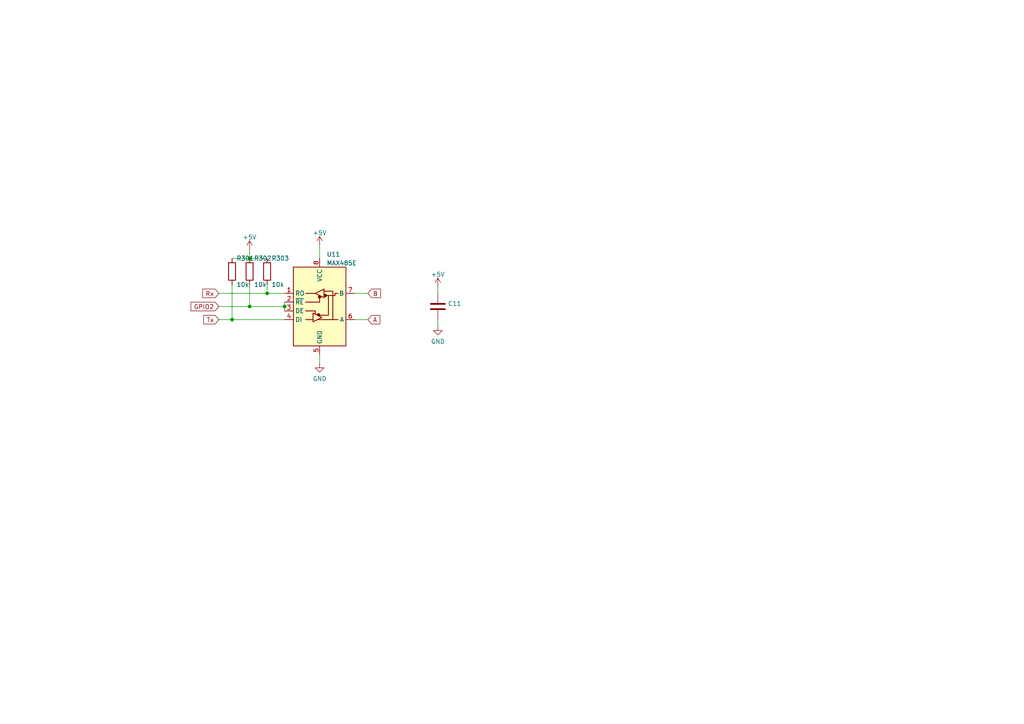
<source format=kicad_sch>
(kicad_sch (version 20211123) (generator eeschema)
  (paper "A4")
  (lib_symbols
    (symbol "Device:C" (pin_numbers hide) (pin_names (offset 0.254))
      (property "Reference" "C" (at 0.635 2.54 0))
      (property "Value" "C" (at 0.635 -2.54 0))
      (symbol "C_0_1"
        (polyline (pts (xy -2.032 -0.762) (xy 2.032 -0.762)) (stroke (width 0.508)))
        (polyline (pts (xy -2.032 0.762) (xy 2.032 0.762)) (stroke (width 0.508)))
      )
      (symbol "C_1_1"
        (pin passive line (at 0 3.81 270) (length 2.794) (name "~") (number "1"))
        (pin passive line (at 0 -3.81 90) (length 2.794) (name "~") (number "2"))
      )
    )
    (symbol "Device:R" (pin_numbers hide) (pin_names (offset 0))
      (property "Reference" "R" (at 2.032 0 90))
      (property "Value" "R" (at 0 0 90))
      (symbol "R_0_1"
        (rectangle (start -1.016 -2.54) (end 1.016 2.54) (stroke (width 0.254)))
      )
      (symbol "R_1_1"
        (pin passive line (at 0 3.81 270) (length 1.27) (name "~") (number "1"))
        (pin passive line (at 0 -3.81 90) (length 1.27) (name "~") (number "2"))
      )
    )
    (symbol "Interface_UART:MAX485E"
      (property "Reference" "U" (at -6.096 11.43 0))
      (property "Value" "MAX485E" (at 0.762 11.43 0))
      (symbol "MAX485E_0_1"
        (rectangle (start -7.62 10.16) (end 7.62 -12.7) (stroke (width 0.254)) (fill (type background)))
        (circle (center -0.3048 -3.683) (radius 0.3556) (stroke (width 0.254)) (fill (type outline)))
        (circle (center -0.0254 1.4986) (radius 0.3556) (stroke (width 0.254)) (fill (type outline)))
        (polyline (pts (xy -4.064 -5.08) (xy -1.905 -5.08)) (stroke (width 0.254)))
        (polyline (pts (xy -4.064 2.54) (xy -1.27 2.54)) (stroke (width 0.254)))
        (polyline (pts (xy -1.27 -3.2004) (xy -1.27 -3.4544)) (stroke (width 0.254)))
        (polyline (pts (xy -0.635 -5.08) (xy 5.334 -5.08)) (stroke (width 0.254)))
        (polyline (pts (xy -4.064 -2.54) (xy -1.27 -2.54) (xy -1.27 -3.175)) (stroke (width 0.254)))
        (polyline (pts (xy 0 1.27) (xy 0 0) (xy -4.064 0)) (stroke (width 0.254)))
        (polyline (pts (xy 1.27 3.175) (xy 3.81 3.175) (xy 3.81 -5.08)) (stroke (width 0.254)))
        (polyline (pts (xy 2.54 1.905) (xy 2.54 -3.81) (xy 0 -3.81)) (stroke (width 0.254)))
        (polyline (pts (xy -1.905 -3.175) (xy -1.905 -5.715) (xy 0.635 -4.445) (xy -1.905 -3.175)) (stroke (width 0.254)))
        (polyline (pts (xy -1.27 2.54) (xy 1.27 3.81) (xy 1.27 1.27) (xy -1.27 2.54)) (stroke (width 0.254)))
        (polyline (pts (xy 1.905 1.905) (xy 4.445 1.905) (xy 4.445 2.54) (xy 5.334 2.54)) (stroke (width 0.254)))
        (rectangle (start 1.27 3.175) (end 1.27 3.175))
        (circle (center 1.651 1.905) (radius 0.3556) (stroke (width 0.254)) (fill (type outline)))
      )
      (symbol "MAX485E_1_1"
        (pin output line (at -10.16 2.54 0) (length 2.54) (name "RO") (number "1"))
        (pin input line (at -10.16 0 0) (length 2.54) (name "~{RE}") (number "2"))
        (pin input line (at -10.16 -2.54 0) (length 2.54) (name "DE") (number "3"))
        (pin input line (at -10.16 -5.08 0) (length 2.54) (name "DI") (number "4"))
        (pin power_in line (at 0 -15.24 90) (length 2.54) (name "GND") (number "5"))
        (pin bidirectional line (at 10.16 -5.08 180) (length 2.54) (name "A") (number "6"))
        (pin bidirectional line (at 10.16 2.54 180) (length 2.54) (name "B") (number "7"))
        (pin power_in line (at 0 12.7 270) (length 2.54) (name "VCC") (number "8"))
      )
    )
    (symbol "power:+5V" (power) (pin_names (offset 0))
      (property "Value" "+5V" (at 0 3.556 0))
      (symbol "+5V_0_1"
        (polyline (pts (xy -0.762 1.27) (xy 0 2.54)))
        (polyline (pts (xy 0 0) (xy 0 2.54)))
        (polyline (pts (xy 0 2.54) (xy 0.762 1.27)))
      )
      (symbol "+5V_1_1"
        (pin power_in line (at 0 0 90) (length 0) hide (name "+5V") (number "1"))
      )
    )
    (symbol "power:GND" (power) (pin_names (offset 0))
      (property "Value" "GND" (at 0 -3.81 0))
      (symbol "GND_0_1"
        (polyline (pts (xy 0 0) (xy 0 -1.27) (xy 1.27 -1.27) (xy 0 -2.54) (xy -1.27 -1.27) (xy 0 -1.27)))
      )
      (symbol "GND_1_1"
        (pin power_in line (at 0 0 270) (length 0) hide (name "GND") (number "1"))
      )
    )
  )
  (junction (at 72.39 74.93))
  (junction (at 72.39 88.9))
  (junction (at 67.31 92.71))
  (junction (at 77.47 85.09))
  (junction (at 82.55 88.9))
  (wire (pts (xy 72.39 82.55) (xy 72.39 88.9)))
  (wire (pts (xy 67.31 82.55) (xy 67.31 92.71)))
  (wire (pts (xy 82.55 87.63) (xy 82.55 88.9)))
  (wire (pts (xy 127 83.185) (xy 127 85.09)))
  (wire (pts (xy 72.39 88.9) (xy 82.55 88.9)))
  (wire (pts (xy 77.47 85.09) (xy 82.55 85.09)))
  (wire (pts (xy 63.5 85.09) (xy 77.47 85.09)))
  (wire (pts (xy 63.5 88.9) (xy 72.39 88.9)))
  (wire (pts (xy 92.71 71.12) (xy 92.71 74.93)))
  (wire (pts (xy 67.31 92.71) (xy 82.55 92.71)))
  (wire (pts (xy 77.47 82.55) (xy 77.47 85.09)))
  (wire (pts (xy 82.55 88.9) (xy 82.55 90.17)))
  (wire (pts (xy 102.87 85.09) (xy 106.68 85.09)))
  (wire (pts (xy 92.71 102.87) (xy 92.71 105.41)))
  (wire (pts (xy 63.5 92.71) (xy 67.31 92.71)))
  (wire (pts (xy 127 92.71) (xy 127 94.615)))
  (wire (pts (xy 72.39 74.93) (xy 77.47 74.93)))
  (wire (pts (xy 72.39 72.39) (xy 72.39 74.93)))
  (wire (pts (xy 102.87 92.71) (xy 106.68 92.71)))
  (wire (pts (xy 67.31 74.93) (xy 72.39 74.93)))
  (global_label "GPIO2" (shape input) (at 63.5 88.9 180) (property "Intersheet References" "${INTERSHEET_REFS}" (effects hide)))
  (global_label "Rx" (shape input) (at 63.5 85.09 180) (property "Intersheet References" "${INTERSHEET_REFS}" (effects hide)))
  (global_label "B" (shape input) (at 106.68 85.09 0) (property "Intersheet References" "${INTERSHEET_REFS}" (effects hide)))
  (global_label "Tx" (shape input) (at 63.5 92.71 180) (property "Intersheet References" "${INTERSHEET_REFS}" (effects hide)))
  (global_label "A" (shape input) (at 106.68 92.71 0) (property "Intersheet References" "${INTERSHEET_REFS}" (effects hide)))
  (symbol (lib_id "Device:R") (at 72.39 78.74 0) (unit 1)
    (property "Reference" "R302" (at 73.66 74.93 0) (effects (justify left)))
    (property "Value" "10k" (at 73.66 82.55 0) (effects (justify left)))
    (property "Footprint" "Resistor_SMD:R_0402_1005Metric" (effects hide))
    (property "JLCPCB Part#" "C25744" (effects hide))
  )
  (symbol (lib_id "Device:R") (at 77.47 78.74 0) (unit 1)
    (property "Reference" "R303" (at 78.74 74.93 0) (effects (justify left)))
    (property "Value" "10k" (at 78.74 82.55 0) (effects (justify left)))
    (property "Footprint" "Resistor_SMD:R_0402_1005Metric" (effects hide))
    (property "JLCPCB Part#" "C25744" (effects hide))
  )
  (symbol (lib_id "power:+5V") (at 92.71 71.12 0) (unit 1)
    (property "Reference" "#PWR011" (effects hide))
    (property "Value" "+5V" (at 92.71 67.5442 0))
  )
  (symbol (lib_id "power:GND") (at 127 94.615 0) (unit 1)
    (property "Reference" "#PWR013" (effects hide))
    (property "Value" "GND" (at 127 99.0584 0))
  )
  (symbol (lib_id "Interface_UART:MAX485E") (at 92.71 87.63 0) (unit 1)
    (property "Reference" "U11" (at 94.7294 73.7702 0) (effects (justify left)))
    (property "Value" "MAX485E" (at 94.7294 76.3071 0) (effects (justify left)))
    (property "Footprint" "Package_SO:SOIC-8_3.9x4.9mm_P1.27mm" (effects hide))
    (property "Datasheet" "https://datasheets.maximintegrated.com/en/ds/MAX1487E-MAX491E.pdf" (effects hide))
    (property "JLCPCB Part#" "C668206" (effects hide))
  )
  (symbol (lib_id "Device:C") (at 127 88.9 0) (unit 1)
    (property "Reference" "C11" (at 129.921 88.0653 0) (effects (justify left)))
    (property "JLCPCB Part#" "C14663" (effects hide))
  )
  (symbol (lib_id "power:GND") (at 92.71 105.41 0) (unit 1)
    (property "Reference" "#PWR014" (effects hide))
    (property "Value" "GND" (at 92.71 109.8534 0))
  )
  (symbol (lib_id "power:+5V") (at 127 83.185 0) (unit 1)
    (property "Reference" "#PWR012" (effects hide))
    (property "Value" "+5V" (at 127 79.6092 0))
  )
  (symbol (lib_id "Device:R") (at 67.31 78.74 0) (unit 1)
    (property "Reference" "R301" (at 68.58 74.93 0) (effects (justify left)))
    (property "Value" "10k" (at 68.58 82.55 0) (effects (justify left)))
    (property "Footprint" "Resistor_SMD:R_0402_1005Metric" (effects hide))
    (property "JLCPCB Part#" "C25744" (effects hide))
  )
  (symbol (lib_id "power:+5V") (at 72.39 72.39 0) (unit 1)
    (property "Reference" "#PWR0104" (effects hide))
    (property "Value" "+5V" (at 72.39 68.8142 0))
  )
)
</source>
